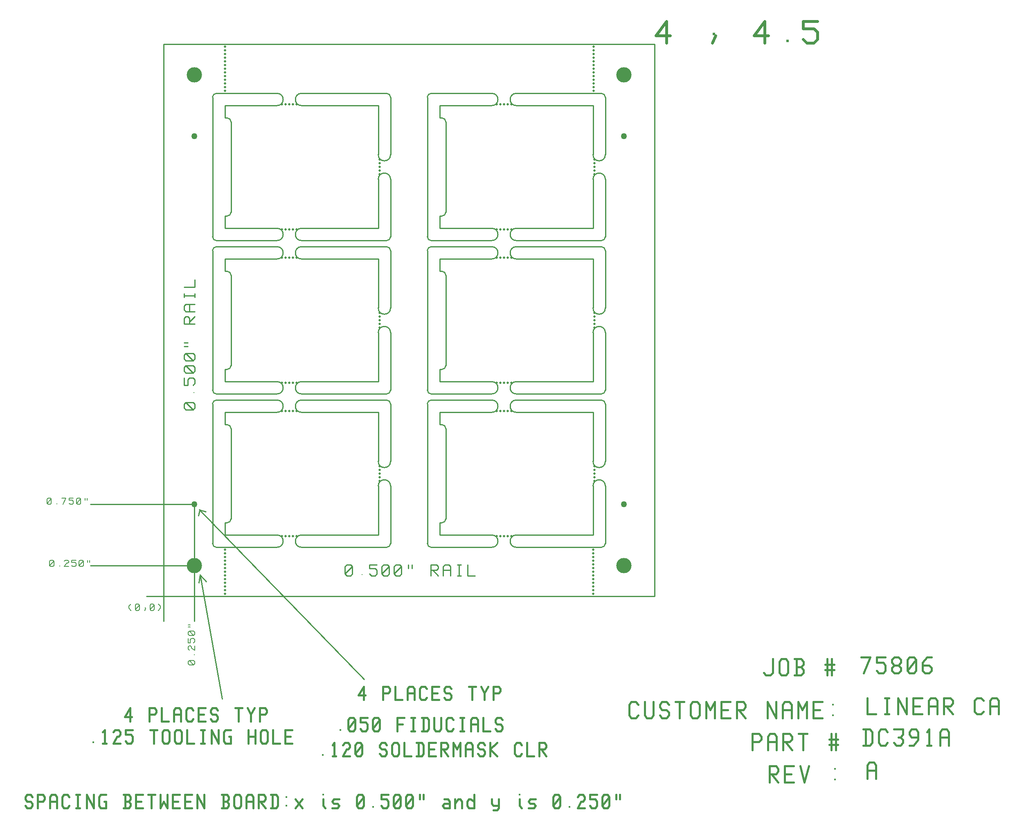
<source format=gbr>
*
%FSLAX26Y26*%
%MOIN*%
%ADD10C,0.010000*%
%ADD11C,0.125000*%
%ADD12C,0.020000*%
%ADD13C,0.050000*%
%ADD14C,0.015000*%
%ADD15C,0.017000*%
%ADD16C,0.008000*%
%ADD17C,0.024000*%
%IPPOS*%
%LNarray-dwg.gbr*%
%LPD*%
G75*
G54D10*
X0Y0D02*
X4000000D01*
Y4500000D01*
X0D01*
Y0D01*
X400000Y431000D02*
Y1569000D01*
G02X431000Y1600000I31000J0D01*
G01X925000D01*
G02X925000Y1500000I0J-50000D01*
G01X500000D01*
Y1400000D01*
X519000D01*
G02X550000Y1369000I0J-31000D01*
G01Y631000D01*
G02X519000Y600000I-31000J0D01*
G01X500000D01*
Y500000D01*
X925000D01*
G02X925000Y400000I0J-50000D01*
G01X431000D01*
G02X400000Y431000I0J31000D01*
Y1681000D02*
G01Y2819000D01*
G02X431000Y2850000I31000J0D01*
G01X925000D01*
G02X925000Y2750000I0J-50000D01*
G01X500000D01*
Y2650000D01*
X519000D01*
G02X550000Y2619000I0J-31000D01*
G01Y1881000D01*
G02X519000Y1850000I-31000J0D01*
G01X500000D01*
Y1750000D01*
X925000D01*
G02X925000Y1650000I0J-50000D01*
G01X431000D01*
G02X400000Y1681000I0J31000D01*
Y2931000D02*
G01Y4069000D01*
G02X431000Y4100000I31000J0D01*
G01X925000D01*
G02X925000Y4000000I0J-50000D01*
G01X500000D01*
Y3900000D01*
X519000D01*
G02X550000Y3869000I0J-31000D01*
G01Y3131000D01*
G02X519000Y3100000I-31000J0D01*
G01X500000D01*
Y3000000D01*
X925000D01*
G02X925000Y2900000I0J-50000D01*
G01X431000D01*
G02X400000Y2931000I0J31000D01*
X1125000Y400000D02*
G02X1125000Y500000I0J50000D01*
G01X1750000D01*
Y900000D01*
G02X1850000Y900000I50000J0D01*
G01Y431000D01*
G02X1819000Y400000I-31000J0D01*
G01X1125000D01*
Y1500000D02*
G02X1125000Y1600000I0J50000D01*
G01X1819000D01*
G02X1850000Y1569000I0J-31000D01*
G01Y1100000D01*
G02X1750000Y1100000I-50000J0D01*
G01Y1500000D01*
X1125000D01*
Y1650000D02*
G02X1125000Y1750000I0J50000D01*
G01X1750000D01*
Y2150000D01*
G02X1850000Y2150000I50000J0D01*
G01Y1681000D01*
G02X1819000Y1650000I-31000J0D01*
G01X1125000D01*
Y2750000D02*
G02X1125000Y2850000I0J50000D01*
G01X1819000D01*
G02X1850000Y2819000I0J-31000D01*
G01Y2350000D01*
G02X1750000Y2350000I-50000J0D01*
G01Y2750000D01*
X1125000D01*
Y2900000D02*
G02X1125000Y3000000I0J50000D01*
G01X1750000D01*
Y3400000D01*
G02X1850000Y3400000I50000J0D01*
G01Y2931000D01*
G02X1819000Y2900000I-31000J0D01*
G01X1125000D01*
Y4000000D02*
G02X1125000Y4100000I0J50000D01*
G01X1819000D01*
G02X1850000Y4069000I0J-31000D01*
G01Y3600000D01*
G02X1750000Y3600000I-50000J0D01*
G01Y4000000D01*
X1125000D01*
X2150000Y431000D02*
Y1569000D01*
G02X2181000Y1600000I31000J0D01*
G01X2675000D01*
G02X2675000Y1500000I0J-50000D01*
G01X2250000D01*
Y1400000D01*
X2269000D01*
G02X2300000Y1369000I0J-31000D01*
G01Y631000D01*
G02X2269000Y600000I-31000J0D01*
G01X2250000D01*
Y500000D01*
X2675000D01*
G02X2675000Y400000I0J-50000D01*
G01X2181000D01*
G02X2150000Y431000I0J31000D01*
Y1681000D02*
G01Y2819000D01*
G02X2181000Y2850000I31000J0D01*
G01X2675000D01*
G02X2675000Y2750000I0J-50000D01*
G01X2250000D01*
Y2650000D01*
X2269000D01*
G02X2300000Y2619000I0J-31000D01*
G01Y1881000D01*
G02X2269000Y1850000I-31000J0D01*
G01X2250000D01*
Y1750000D01*
X2675000D01*
G02X2675000Y1650000I0J-50000D01*
G01X2181000D01*
G02X2150000Y1681000I0J31000D01*
Y2931000D02*
G01Y4069000D01*
G02X2181000Y4100000I31000J0D01*
G01X2675000D01*
G02X2675000Y4000000I0J-50000D01*
G01X2250000D01*
Y3900000D01*
X2269000D01*
G02X2300000Y3869000I0J-31000D01*
G01Y3131000D01*
G02X2269000Y3100000I-31000J0D01*
G01X2250000D01*
Y3000000D01*
X2675000D01*
G02X2675000Y2900000I0J-50000D01*
G01X2181000D01*
G02X2150000Y2931000I0J31000D01*
X2875000Y400000D02*
G02X2875000Y500000I0J50000D01*
G01X3500000D01*
Y900000D01*
G02X3600000Y900000I50000J0D01*
G01Y431000D01*
G02X3569000Y400000I-31000J0D01*
G01X2875000D01*
Y1500000D02*
G02X2875000Y1600000I0J50000D01*
G01X3569000D01*
G02X3600000Y1569000I0J-31000D01*
G01Y1100000D01*
G02X3500000Y1100000I-50000J0D01*
G01Y1500000D01*
X2875000D01*
Y1650000D02*
G02X2875000Y1750000I0J50000D01*
G01X3500000D01*
Y2150000D01*
G02X3600000Y2150000I50000J0D01*
G01Y1681000D01*
G02X3569000Y1650000I-31000J0D01*
G01X2875000D01*
Y2750000D02*
G02X2875000Y2850000I0J50000D01*
G01X3569000D01*
G02X3600000Y2819000I0J-31000D01*
G01Y2350000D01*
G02X3500000Y2350000I-50000J0D01*
G01Y2750000D01*
X2875000D01*
Y2900000D02*
G02X2875000Y3000000I0J50000D01*
G01X3500000D01*
Y3400000D01*
G02X3600000Y3400000I50000J0D01*
G01Y2931000D01*
G02X3569000Y2900000I-31000J0D01*
G01X2875000D01*
Y4000000D02*
G02X2875000Y4100000I0J50000D01*
G01X3569000D01*
G02X3600000Y4069000I0J-31000D01*
G01Y3600000D01*
G02X3500000Y3600000I-50000J0D01*
G01Y4000000D01*
X2875000D01*
G54D11*
X250000Y250000D03*
G54D11*
X3750000D03*
G54D11*
X250000Y4250000D03*
X3750000D03*
G54D12*
X1025000Y490000D03*
G54D12*
X995000D03*
G54D12*
X965000D03*
G54D12*
X1055000D03*
G54D12*
X1085000D03*
G54D12*
X1025000Y1510000D03*
G54D12*
X1055000D03*
G54D12*
X1085000D03*
G54D12*
X995000D03*
G54D12*
X965000D03*
X1760000Y1000000D03*
Y970000D03*
Y940000D03*
Y1030000D03*
Y1060000D03*
G54D12*
X1025000Y1740000D03*
G54D12*
X995000D03*
G54D12*
X965000D03*
G54D12*
X1055000D03*
G54D12*
X1085000D03*
G54D12*
X1025000Y2760000D03*
G54D12*
X1055000D03*
G54D12*
X1085000D03*
G54D12*
X995000D03*
G54D12*
X965000D03*
X1760000Y2250000D03*
Y2220000D03*
Y2190000D03*
Y2280000D03*
Y2310000D03*
G54D12*
X1025000Y2990000D03*
G54D12*
X995000D03*
G54D12*
X965000D03*
G54D12*
X1055000D03*
G54D12*
X1085000D03*
G54D12*
X1025000Y4010000D03*
G54D12*
X1055000D03*
G54D12*
X1085000D03*
G54D12*
X995000D03*
G54D12*
X965000D03*
X1760000Y3500000D03*
Y3470000D03*
Y3440000D03*
Y3530000D03*
Y3560000D03*
G54D12*
X2775000Y490000D03*
G54D12*
X2745000D03*
G54D12*
X2715000D03*
G54D12*
X2805000D03*
G54D12*
X2835000D03*
G54D12*
X2775000Y1510000D03*
G54D12*
X2805000D03*
G54D12*
X2835000D03*
G54D12*
X2745000D03*
G54D12*
X2715000D03*
X3510000Y1000000D03*
Y970000D03*
Y940000D03*
Y1030000D03*
Y1060000D03*
G54D12*
X2775000Y1740000D03*
G54D12*
X2745000D03*
G54D12*
X2715000D03*
G54D12*
X2805000D03*
G54D12*
X2835000D03*
G54D12*
X2775000Y2760000D03*
G54D12*
X2805000D03*
G54D12*
X2835000D03*
G54D12*
X2745000D03*
G54D12*
X2715000D03*
X3510000Y2250000D03*
Y2220000D03*
Y2190000D03*
Y2280000D03*
Y2310000D03*
G54D12*
X2775000Y2990000D03*
G54D12*
X2745000D03*
G54D12*
X2715000D03*
G54D12*
X2805000D03*
G54D12*
X2835000D03*
G54D12*
X2775000Y4010000D03*
G54D12*
X2805000D03*
G54D12*
X2835000D03*
G54D12*
X2745000D03*
G54D12*
X2715000D03*
X3510000Y3500000D03*
Y3470000D03*
Y3440000D03*
Y3530000D03*
Y3560000D03*
X500000Y380000D03*
Y350000D03*
Y320000D03*
Y290000D03*
Y260000D03*
Y230000D03*
Y200000D03*
Y170000D03*
Y140000D03*
Y110000D03*
Y80000D03*
Y50000D03*
Y20000D03*
Y4120000D03*
Y4150000D03*
Y4180000D03*
Y4210000D03*
Y4240000D03*
Y4270000D03*
Y4300000D03*
Y4330000D03*
Y4360000D03*
Y4390000D03*
Y4420000D03*
Y4450000D03*
Y4480000D03*
X3500000Y380000D03*
Y350000D03*
Y320000D03*
Y290000D03*
Y260000D03*
Y230000D03*
Y200000D03*
Y170000D03*
Y140000D03*
Y110000D03*
Y80000D03*
Y50000D03*
Y20000D03*
X3504896Y4120000D03*
Y4150000D03*
Y4180000D03*
Y4210000D03*
Y4240000D03*
Y4270000D03*
Y4300000D03*
Y4330000D03*
Y4360000D03*
Y4390000D03*
Y4420000D03*
Y4450000D03*
Y4480000D03*
G54D13*
X250000Y750000D03*
G54D13*
X3750000D03*
G54D13*
X250000Y3750000D03*
X3750000D03*
G54D11*
X250000Y250000D03*
G54D14*
X1630240Y-843674D02*
Y-734402D01*
X1588022Y-807250D01*
X1644313D01*
X1788022Y-843674D02*
Y-734402D01*
X1830240D01*
X1844313Y-752614D01*
Y-770826D01*
X1830240Y-789038D01*
X1788022D01*
X1888022Y-734402D02*
Y-843674D01*
X1944313D01*
X1988022D02*
Y-752614D01*
X2002095Y-734402D01*
X2030240D01*
X2044313Y-752614D01*
Y-843674D01*
X1988022Y-789038D02*
X2044313D01*
X2144313Y-825462D02*
X2130240Y-843674D01*
X2102095D01*
X2088022Y-825462D01*
Y-752614D01*
X2102095Y-734402D01*
X2130240D01*
X2144313Y-752614D01*
X2188022Y-734402D02*
X2244313D01*
X2188022Y-843674D02*
X2244313D01*
X2188022Y-789038D02*
X2230240D01*
X2188022Y-734402D02*
Y-843674D01*
X2288022Y-825462D02*
X2302095Y-843674D01*
X2330240D01*
X2344313Y-825462D01*
Y-807250D01*
X2330240Y-789038D01*
X2302095D01*
X2288022Y-770826D01*
Y-752614D01*
X2302095Y-734402D01*
X2330240D01*
X2344313Y-752614D01*
X2488022Y-734402D02*
X2544313D01*
X2516168D02*
Y-843674D01*
X2588022Y-734402D02*
X2616168Y-789038D01*
X2644313Y-734402D01*
X2616168Y-789038D02*
Y-843674D01*
X2688022D02*
Y-734402D01*
X2730240D01*
X2744313Y-752614D01*
Y-770826D01*
X2730240Y-789038D01*
X2688022D01*
X1440293Y-1088491D03*
X1505111Y-1079385D02*
X1519184Y-1097597D01*
X1547330D01*
X1561403Y-1079385D01*
Y-1006537D01*
X1547330Y-988325D01*
X1519184D01*
X1505111Y-1006537D01*
Y-1079385D01*
X1561403Y-1006537D01*
X1661403Y-988325D02*
X1605111D01*
Y-1024749D01*
X1647330D01*
X1661403Y-1042961D01*
Y-1079385D01*
X1647330Y-1097597D01*
X1619184D01*
X1605111Y-1079385D01*
X1705111D02*
X1719184Y-1097597D01*
X1747330D01*
X1761403Y-1079385D01*
Y-1006537D01*
X1747330Y-988325D01*
X1719184D01*
X1705111Y-1006537D01*
Y-1079385D01*
X1761403Y-1006537D01*
X1905111Y-988325D02*
X1961403D01*
X1905111Y-1042961D02*
X1947330D01*
X1905111Y-988325D02*
Y-1097597D01*
X2019184Y-988325D02*
X2047330D01*
X2019184Y-1097597D02*
X2047330D01*
X2033257Y-988325D02*
Y-1097597D01*
X2105111Y-988325D02*
X2147330D01*
X2161403Y-1006537D01*
Y-1079385D01*
X2147330Y-1097597D01*
X2105111D01*
X2119184D02*
Y-988325D01*
X2205111D02*
Y-1079385D01*
X2219184Y-1097597D01*
X2247330D01*
X2261403Y-1079385D01*
Y-988325D01*
X2361403Y-1079385D02*
X2347330Y-1097597D01*
X2319184D01*
X2305111Y-1079385D01*
Y-1006537D01*
X2319184Y-988325D01*
X2347330D01*
X2361403Y-1006537D01*
X2419184Y-988325D02*
X2447330D01*
X2419184Y-1097597D02*
X2447330D01*
X2433257Y-988325D02*
Y-1097597D01*
X2505111D02*
Y-1006537D01*
X2519184Y-988325D01*
X2547330D01*
X2561403Y-1006537D01*
Y-1097597D01*
X2505111Y-1042961D02*
X2561403D01*
X2605111Y-988325D02*
Y-1097597D01*
X2661403D01*
X2705111Y-1079385D02*
X2719184Y-1097597D01*
X2747330D01*
X2761403Y-1079385D01*
Y-1061173D01*
X2747330Y-1042961D01*
X2719184D01*
X2705111Y-1024749D01*
Y-1006537D01*
X2719184Y-988325D01*
X2747330D01*
X2761403Y-1006537D01*
X1298269Y-1292920D03*
X1377159Y-1210967D02*
X1391232Y-1192755D01*
Y-1302026D01*
X1377159D02*
X1405305D01*
X1463087Y-1210967D02*
X1477159Y-1192755D01*
X1505305D01*
X1519378Y-1210967D01*
Y-1229178D01*
X1505305Y-1247390D01*
X1491232D01*
X1463087Y-1302026D01*
X1519378D01*
X1563087Y-1283814D02*
X1577159Y-1302026D01*
X1605305D01*
X1619378Y-1283814D01*
Y-1210967D01*
X1605305Y-1192755D01*
X1577159D01*
X1563087Y-1210967D01*
Y-1283814D01*
X1619378Y-1210967D01*
X1763087Y-1283814D02*
X1777159Y-1302026D01*
X1805305D01*
X1819378Y-1283814D01*
Y-1265602D01*
X1805305Y-1247390D01*
X1777159D01*
X1763087Y-1229178D01*
Y-1210967D01*
X1777159Y-1192755D01*
X1805305D01*
X1819378Y-1210967D01*
X1863087Y-1283814D02*
Y-1210967D01*
X1877159Y-1192755D01*
X1905305D01*
X1919378Y-1210967D01*
Y-1283814D01*
X1905305Y-1302026D01*
X1877159D01*
X1863087Y-1283814D01*
X1963087Y-1192755D02*
Y-1302026D01*
X2019378D01*
X2063087Y-1192755D02*
X2105305D01*
X2119378Y-1210967D01*
Y-1283814D01*
X2105305Y-1302026D01*
X2063087D01*
X2077159D02*
Y-1192755D01*
X2163087D02*
X2219378D01*
X2163087Y-1302026D02*
X2219378D01*
X2163087Y-1247390D02*
X2205305D01*
X2163087Y-1192755D02*
Y-1302026D01*
X2263087D02*
Y-1192755D01*
X2305305D01*
X2319378Y-1210967D01*
Y-1229178D01*
X2305305Y-1247390D01*
X2263087D01*
X2277159D02*
X2319378Y-1302026D01*
X2363087D02*
Y-1192755D01*
X2391232Y-1247390D01*
X2419378Y-1192755D01*
Y-1302026D01*
X2463087D02*
Y-1210967D01*
X2477159Y-1192755D01*
X2505305D01*
X2519378Y-1210967D01*
Y-1302026D01*
X2463087Y-1247390D02*
X2519378D01*
X2563087Y-1283814D02*
X2577159Y-1302026D01*
X2605305D01*
X2619378Y-1283814D01*
Y-1265602D01*
X2605305Y-1247390D01*
X2577159D01*
X2563087Y-1229178D01*
Y-1210967D01*
X2577159Y-1192755D01*
X2605305D01*
X2619378Y-1210967D01*
X2663087Y-1192755D02*
Y-1302026D01*
X2719378Y-1192755D02*
X2663087Y-1247390D01*
X2719378Y-1302026D01*
X2919378Y-1283814D02*
X2905305Y-1302026D01*
X2877159D01*
X2863087Y-1283814D01*
Y-1210967D01*
X2877159Y-1192755D01*
X2905305D01*
X2919378Y-1210967D01*
X2963087Y-1192755D02*
Y-1302026D01*
X3019378D01*
X3063087D02*
Y-1192755D01*
X3105305D01*
X3119378Y-1210967D01*
Y-1229178D01*
X3105305Y-1247390D01*
X3063087D01*
X3077159D02*
X3119378Y-1302026D01*
G54D10*
X250000Y250000D02*
X-593662D01*
G54D15*
X3866477Y-969167D02*
X3848596Y-991186D01*
X3812835D01*
X3794954Y-969167D01*
Y-881087D01*
X3812835Y-859067D01*
X3848596D01*
X3866477Y-881087D01*
X3919954Y-859067D02*
Y-969167D01*
X3937835Y-991186D01*
X3973596D01*
X3991477Y-969167D01*
Y-859067D01*
X4044954Y-969167D02*
X4062835Y-991186D01*
X4098596D01*
X4116477Y-969167D01*
Y-947147D01*
X4098596Y-925127D01*
X4062835D01*
X4044954Y-903107D01*
Y-881087D01*
X4062835Y-859067D01*
X4098596D01*
X4116477Y-881087D01*
X4169954Y-859067D02*
X4241477D01*
X4205716D02*
Y-991186D01*
X4294954Y-969167D02*
Y-881087D01*
X4312835Y-859067D01*
X4348596D01*
X4366477Y-881087D01*
Y-969167D01*
X4348596Y-991186D01*
X4312835D01*
X4294954Y-969167D01*
X4419954Y-991186D02*
Y-859067D01*
X4455716Y-925127D01*
X4491477Y-859067D01*
Y-991186D01*
X4544954Y-859067D02*
X4616477D01*
X4544954Y-991186D02*
X4616477D01*
X4544954Y-925127D02*
X4598596D01*
X4544954Y-859067D02*
Y-991186D01*
X4669954D02*
Y-859067D01*
X4723596D01*
X4741477Y-881087D01*
Y-903107D01*
X4723596Y-925127D01*
X4669954D01*
X4687835D02*
X4741477Y-991186D01*
X4919954D02*
Y-859067D01*
X4991477Y-991186D01*
Y-859067D01*
X5044954Y-991186D02*
Y-881087D01*
X5062835Y-859067D01*
X5098596D01*
X5116477Y-881087D01*
Y-991186D01*
X5044954Y-925127D02*
X5116477D01*
X5169954Y-991186D02*
Y-859067D01*
X5205716Y-925127D01*
X5241477Y-859067D01*
Y-991186D01*
X5294954Y-859067D02*
X5366477D01*
X5294954Y-991186D02*
X5366477D01*
X5294954Y-925127D02*
X5348596D01*
X5294954Y-859067D02*
Y-991186D01*
X5455716Y-969167D03*
Y-881087D03*
X4799347Y-1252734D02*
Y-1120615D01*
X4852990D01*
X4870870Y-1142635D01*
Y-1164654D01*
X4852990Y-1186674D01*
X4799347D01*
X4924347Y-1252734D02*
Y-1142635D01*
X4942228Y-1120615D01*
X4977990D01*
X4995870Y-1142635D01*
Y-1252734D01*
X4924347Y-1186674D02*
X4995870D01*
X5049347Y-1252734D02*
Y-1120615D01*
X5102990D01*
X5120870Y-1142635D01*
Y-1164654D01*
X5102990Y-1186674D01*
X5049347D01*
X5067228D02*
X5120870Y-1252734D01*
X5174347Y-1120615D02*
X5245870D01*
X5210109D02*
Y-1252734D01*
X5442228D02*
Y-1120615D01*
X5477990Y-1252734D02*
Y-1120615D01*
X5424347Y-1208694D02*
X5495870D01*
X5424347Y-1164654D02*
X5495870D01*
X4937004Y-1514282D02*
Y-1382162D01*
X4990646D01*
X5008527Y-1404182D01*
Y-1426202D01*
X4990646Y-1448222D01*
X4937004D01*
X4954885D02*
X5008527Y-1514282D01*
X5062004Y-1382162D02*
X5133527D01*
X5062004Y-1514282D02*
X5133527D01*
X5062004Y-1448222D02*
X5115646D01*
X5062004Y-1382162D02*
Y-1514282D01*
X5187004Y-1382162D02*
X5222765Y-1514282D01*
X5258527Y-1382162D01*
X5472765Y-1492262D03*
Y-1404182D03*
X4963181Y-510726D02*
Y-620826D01*
X4945300Y-642845D01*
X4909539D01*
X4891658Y-620826D01*
X5016658D02*
Y-532746D01*
X5034539Y-510726D01*
X5070300D01*
X5088181Y-532746D01*
Y-620826D01*
X5070300Y-642845D01*
X5034539D01*
X5016658Y-620826D01*
X5141658Y-510726D02*
X5195300D01*
X5213181Y-532746D01*
Y-554766D01*
X5195300Y-576786D01*
X5213181Y-598806D01*
Y-620826D01*
X5195300Y-642845D01*
X5141658D01*
X5159539D02*
Y-510726D01*
Y-576786D02*
X5195300D01*
X5409539Y-642845D02*
Y-510726D01*
X5445300Y-642845D02*
Y-510726D01*
X5391658Y-598806D02*
X5463181D01*
X5391658Y-554766D02*
X5463181D01*
X5686102Y-494837D02*
X5757626D01*
X5703983Y-626957D01*
X5882626Y-494837D02*
X5811102D01*
Y-538877D01*
X5864745D01*
X5882626Y-560897D01*
Y-604937D01*
X5864745Y-626957D01*
X5828983D01*
X5811102Y-604937D01*
X5953983Y-494837D02*
X5989745D01*
X5953983Y-560897D02*
X5989745D01*
X5953983Y-626957D02*
X5989745D01*
X5936102Y-516857D02*
Y-538877D01*
X6007626Y-516857D02*
Y-538877D01*
X5936102Y-582917D02*
Y-604937D01*
X6007626Y-582917D02*
Y-604937D01*
X5989745Y-494837D02*
X6007626Y-516857D01*
X5953983Y-494837D02*
X5936102Y-516857D01*
X5989745Y-560897D02*
X6007626Y-538877D01*
X5953983Y-560897D02*
X5936102Y-538877D01*
X5989745Y-560897D02*
X6007626Y-582917D01*
X5953983Y-560897D02*
X5936102Y-582917D01*
X5989745Y-626957D02*
X6007626Y-604937D01*
X5953983Y-626957D02*
X5936102Y-604937D01*
X6061102D02*
X6078983Y-626957D01*
X6114745D01*
X6132626Y-604937D01*
Y-516857D01*
X6114745Y-494837D01*
X6078983D01*
X6061102Y-516857D01*
Y-604937D01*
X6132626Y-516857D01*
X6257626Y-494837D02*
X6221864D01*
X6186102Y-538877D01*
Y-604937D01*
X6203983Y-626957D01*
X6239745D01*
X6257626Y-604937D01*
Y-582917D01*
X6239745Y-560897D01*
X6186102D01*
X5733769Y-828504D02*
Y-960623D01*
X5805292D01*
X5876650Y-828504D02*
X5912411D01*
X5876650Y-960623D02*
X5912411D01*
X5894531Y-828504D02*
Y-960623D01*
X5983769D02*
Y-828504D01*
X6055292Y-960623D01*
Y-828504D01*
X6108769D02*
X6180292D01*
X6108769Y-960623D02*
X6180292D01*
X6108769Y-894564D02*
X6162411D01*
X6108769Y-828504D02*
Y-960623D01*
X6233769D02*
Y-850524D01*
X6251650Y-828504D01*
X6287411D01*
X6305292Y-850524D01*
Y-960623D01*
X6233769Y-894564D02*
X6305292D01*
X6358769Y-960623D02*
Y-828504D01*
X6412411D01*
X6430292Y-850524D01*
Y-872544D01*
X6412411Y-894564D01*
X6358769D01*
X6376650D02*
X6430292Y-960623D01*
X6680292Y-938603D02*
X6662411Y-960623D01*
X6626650D01*
X6608769Y-938603D01*
Y-850524D01*
X6626650Y-828504D01*
X6662411D01*
X6680292Y-850524D01*
X6733769Y-960623D02*
Y-850524D01*
X6751650Y-828504D01*
X6787411D01*
X6805292Y-850524D01*
Y-960623D01*
X6733769Y-894564D02*
X6805292D01*
X5701991Y-1082726D02*
X5755634D01*
X5773514Y-1104746D01*
Y-1192826D01*
X5755634Y-1214845D01*
X5701991D01*
X5719872D02*
Y-1082726D01*
X5898514Y-1192826D02*
X5880634Y-1214845D01*
X5844872D01*
X5826991Y-1192826D01*
Y-1104746D01*
X5844872Y-1082726D01*
X5880634D01*
X5898514Y-1104746D01*
X5951991Y-1082726D02*
X6023514D01*
Y-1126766D01*
X6005634Y-1148786D01*
X5987753D01*
X6005634D02*
X6023514Y-1170806D01*
Y-1192826D01*
X6005634Y-1214845D01*
X5969872D01*
X5951991Y-1192826D01*
X6076991Y-1214845D02*
X6112753D01*
X6148514Y-1170806D01*
Y-1104746D01*
X6130634Y-1082726D01*
X6094872D01*
X6076991Y-1104746D01*
Y-1126766D01*
X6094872Y-1148786D01*
X6148514D01*
X6219872Y-1104746D02*
X6237753Y-1082726D01*
Y-1214845D01*
X6219872D02*
X6255634D01*
X6326991D02*
Y-1104746D01*
X6344872Y-1082726D01*
X6380634D01*
X6398514Y-1104746D01*
Y-1214845D01*
X6326991Y-1148786D02*
X6398514D01*
X5733769Y-1484957D02*
Y-1374857D01*
X5751650Y-1352837D01*
X5787411D01*
X5805292Y-1374857D01*
Y-1484957D01*
X5733769Y-1418897D02*
X5805292D01*
G54D16*
X-263969Y-114375D02*
X-281188Y-97156D01*
Y-79938D01*
X-263969Y-62719D01*
X-229797Y-105765D02*
X-221188Y-114375D01*
X-203969D01*
X-195360Y-105765D01*
Y-71328D01*
X-203969Y-62719D01*
X-221188D01*
X-229797Y-71328D01*
Y-105765D01*
X-195360Y-71328D01*
X-152579Y-114375D02*
X-143969Y-97156D01*
X-148274Y-92852D03*
X-109797Y-105765D02*
X-101188Y-114375D01*
X-83969D01*
X-75360Y-105765D01*
Y-71328D01*
X-83969Y-62719D01*
X-101188D01*
X-109797Y-71328D01*
Y-105765D01*
X-75360Y-71328D01*
X-41188Y-114375D02*
X-23969Y-97156D01*
Y-79938D01*
X-41188Y-62719D01*
G54D10*
X250000Y250000D02*
Y-201701D01*
G54D16*
X245548Y-558297D02*
X254157Y-549687D01*
Y-532469D01*
X245548Y-523860D01*
X211110D01*
X202501Y-532469D01*
Y-549687D01*
X211110Y-558297D01*
X245548D01*
X211110Y-523860D01*
X249852Y-476774D03*
X211110Y-438297D02*
X202501Y-429687D01*
Y-412469D01*
X211110Y-403860D01*
X219720D01*
X228329Y-412469D01*
Y-421078D01*
X254157Y-438297D01*
Y-403860D01*
X202501Y-343860D02*
Y-378297D01*
X219720D01*
Y-352469D01*
X228329Y-343860D01*
X245548D01*
X254157Y-352469D01*
Y-369687D01*
X245548Y-378297D01*
Y-318297D02*
X254157Y-309687D01*
Y-292469D01*
X245548Y-283860D01*
X211110D01*
X202501Y-292469D01*
Y-309687D01*
X211110Y-318297D01*
X245548D01*
X211110Y-283860D01*
X219720Y-249687D02*
X202501D01*
X219720Y-232469D02*
X202501D01*
G54D13*
X250000Y750000D03*
G54D10*
X291768Y706876D02*
X1633519Y-676642D01*
X293983Y705049D02*
X283262Y656714D01*
X293983Y705049D02*
X345509Y690431D01*
X299621Y176187D02*
X478580Y-835322D01*
X299621Y176187D02*
X286653Y111347D01*
X304808Y168406D02*
X348899Y121721D01*
X250000Y750000D02*
X-593662D01*
X250000D02*
Y250000D01*
G54D14*
X-273391Y-1018720D02*
Y-909449D01*
X-315610Y-982296D01*
X-259318D01*
X-115610Y-1018720D02*
Y-909449D01*
X-73391D01*
X-59318Y-927661D01*
Y-945872D01*
X-73391Y-964084D01*
X-115610D01*
X-15610Y-909449D02*
Y-1018720D01*
X40682D01*
X84390D02*
Y-927661D01*
X98463Y-909449D01*
X126609D01*
X140682Y-927661D01*
Y-1018720D01*
X84390Y-964084D02*
X140682D01*
X240682Y-1000508D02*
X226609Y-1018720D01*
X198463D01*
X184390Y-1000508D01*
Y-927661D01*
X198463Y-909449D01*
X226609D01*
X240682Y-927661D01*
X284390Y-909449D02*
X340682D01*
X284390Y-1018720D02*
X340682D01*
X284390Y-964084D02*
X326609D01*
X284390Y-909449D02*
Y-1018720D01*
X384390Y-1000508D02*
X398463Y-1018720D01*
X426609D01*
X440682Y-1000508D01*
Y-982296D01*
X426609Y-964084D01*
X398463D01*
X384390Y-945872D01*
Y-927661D01*
X398463Y-909449D01*
X426609D01*
X440682Y-927661D01*
X584390Y-909449D02*
X640682D01*
X612536D02*
Y-1018720D01*
X684390Y-909449D02*
X712536Y-964084D01*
X740682Y-909449D01*
X712536Y-964084D02*
Y-1018720D01*
X784390D02*
Y-909449D01*
X826609D01*
X840682Y-927661D01*
Y-945872D01*
X826609Y-964084D01*
X784390D01*
X-572742Y-1189143D03*
X-493852Y-1107189D02*
X-479779Y-1088977D01*
Y-1198248D01*
X-493852D02*
X-465706D01*
X-407925Y-1107189D02*
X-393852Y-1088977D01*
X-365706D01*
X-351633Y-1107189D01*
Y-1125401D01*
X-365706Y-1143613D01*
X-379779D01*
X-407925Y-1198248D01*
X-351633D01*
X-251633Y-1088977D02*
X-307925D01*
Y-1125401D01*
X-265706D01*
X-251633Y-1143613D01*
Y-1180037D01*
X-265706Y-1198248D01*
X-293852D01*
X-307925Y-1180037D01*
X-107925Y-1088977D02*
X-51633D01*
X-79779D02*
Y-1198248D01*
X-7925Y-1180037D02*
Y-1107189D01*
X6148Y-1088977D01*
X34294D01*
X48367Y-1107189D01*
Y-1180037D01*
X34294Y-1198248D01*
X6148D01*
X-7925Y-1180037D01*
X92075D02*
Y-1107189D01*
X106148Y-1088977D01*
X134294D01*
X148367Y-1107189D01*
Y-1180037D01*
X134294Y-1198248D01*
X106148D01*
X92075Y-1180037D01*
X192075Y-1088977D02*
Y-1198248D01*
X248367D01*
X306148Y-1088977D02*
X334294D01*
X306148Y-1198248D02*
X334294D01*
X320221Y-1088977D02*
Y-1198248D01*
X392075D02*
Y-1088977D01*
X448367Y-1198248D01*
Y-1088977D01*
X506148D02*
X548367D01*
X506148D02*
X492075Y-1107189D01*
Y-1180037D01*
X506148Y-1198248D01*
X548367D01*
Y-1143613D01*
X534294D01*
X692075Y-1088977D02*
Y-1198248D01*
X748367Y-1088977D02*
Y-1198248D01*
X692075Y-1143613D02*
X748367D01*
X792075Y-1180037D02*
Y-1107189D01*
X806148Y-1088977D01*
X834294D01*
X848367Y-1107189D01*
Y-1180037D01*
X834294Y-1198248D01*
X806148D01*
X792075Y-1180037D01*
X892075Y-1088977D02*
Y-1198248D01*
X948367D01*
X992075Y-1088977D02*
X1048367D01*
X992075Y-1198248D02*
X1048367D01*
X992075Y-1143613D02*
X1034294D01*
X992075Y-1088977D02*
Y-1198248D01*
G54D16*
X-948441Y758366D02*
X-939831Y749757D01*
X-922613D01*
X-914004Y758366D01*
Y792803D01*
X-922613Y801413D01*
X-939831D01*
X-948441Y792803D01*
Y758366D01*
X-914004Y792803D01*
X-866918Y754062D03*
X-828441Y801413D02*
X-794004D01*
X-819831Y749757D01*
X-734004Y801413D02*
X-768441D01*
Y784194D01*
X-742613D01*
X-734004Y775585D01*
Y758366D01*
X-742613Y749757D01*
X-759831D01*
X-768441Y758366D01*
X-708441D02*
X-699831Y749757D01*
X-682613D01*
X-674004Y758366D01*
Y792803D01*
X-682613Y801413D01*
X-699831D01*
X-708441Y792803D01*
Y758366D01*
X-674004Y792803D01*
X-639831Y784194D02*
Y801413D01*
X-622613Y784194D02*
Y801413D01*
X-927172Y252184D02*
X-918563Y243575D01*
X-901345D01*
X-892735Y252184D01*
Y286621D01*
X-901345Y295231D01*
X-918563D01*
X-927172Y286621D01*
Y252184D01*
X-892735Y286621D01*
X-845649Y247880D03*
X-807172Y286621D02*
X-798563Y295231D01*
X-781345D01*
X-772735Y286621D01*
Y278012D01*
X-781345Y269403D01*
X-789954D01*
X-807172Y243575D01*
X-772735D01*
X-712735Y295231D02*
X-747172D01*
Y278012D01*
X-721345D01*
X-712735Y269403D01*
Y252184D01*
X-721345Y243575D01*
X-738563D01*
X-747172Y252184D01*
X-687172D02*
X-678563Y243575D01*
X-661345D01*
X-652735Y252184D01*
Y286621D01*
X-661345Y295231D01*
X-678563D01*
X-687172Y286621D01*
Y252184D01*
X-652735Y286621D01*
X-618563Y278012D02*
Y295231D01*
X-601345Y278012D02*
Y295231D01*
G54D10*
X241417Y1522318D02*
X256317Y1537219D01*
Y1567020D01*
X241417Y1581921D01*
X181814D01*
X166913Y1567020D01*
Y1537219D01*
X181814Y1522318D01*
X241417D01*
X181814Y1581921D01*
X248867Y1659570D03*
X166913Y1781921D02*
Y1722318D01*
X196715D01*
Y1767020D01*
X211615Y1781921D01*
X241417D01*
X256317Y1767020D01*
Y1737219D01*
X241417Y1722318D01*
Y1822318D02*
X256317Y1837219D01*
Y1867020D01*
X241417Y1881921D01*
X181814D01*
X166913Y1867020D01*
Y1837219D01*
X181814Y1822318D01*
X241417D01*
X181814Y1881921D01*
X241417Y1922318D02*
X256317Y1937219D01*
Y1967020D01*
X241417Y1981921D01*
X181814D01*
X166913Y1967020D01*
Y1937219D01*
X181814Y1922318D01*
X241417D01*
X181814Y1981921D01*
X196715Y2037219D02*
X166913D01*
X196715Y2067020D02*
X166913D01*
X256317Y2222318D02*
X166913D01*
Y2267020D01*
X181814Y2281921D01*
X196715D01*
X211615Y2267020D01*
Y2222318D01*
Y2237219D02*
X256317Y2281921D01*
Y2322318D02*
X181814D01*
X166913Y2337219D01*
Y2367020D01*
X181814Y2381921D01*
X256317D01*
X211615Y2322318D02*
Y2381921D01*
X166913Y2437219D02*
Y2467020D01*
X256317Y2437219D02*
Y2467020D01*
X166913Y2452120D02*
X256317D01*
X166913Y2522318D02*
X256317D01*
Y2581921D01*
X1479672Y183747D02*
X1494573Y168847D01*
X1524374D01*
X1539275Y183747D01*
Y243350D01*
X1524374Y258251D01*
X1494573D01*
X1479672Y243350D01*
Y183747D01*
X1539275Y243350D01*
X1616924Y176297D03*
X1739275Y258251D02*
X1679672D01*
Y228449D01*
X1724374D01*
X1739275Y213549D01*
Y183747D01*
X1724374Y168847D01*
X1694573D01*
X1679672Y183747D01*
X1779672D02*
X1794573Y168847D01*
X1824374D01*
X1839275Y183747D01*
Y243350D01*
X1824374Y258251D01*
X1794573D01*
X1779672Y243350D01*
Y183747D01*
X1839275Y243350D01*
X1879672Y183747D02*
X1894573Y168847D01*
X1924374D01*
X1939275Y183747D01*
Y243350D01*
X1924374Y258251D01*
X1894573D01*
X1879672Y243350D01*
Y183747D01*
X1939275Y243350D01*
X1994573Y228449D02*
Y258251D01*
X2024374Y228449D02*
Y258251D01*
X2179672Y168847D02*
Y258251D01*
X2224374D01*
X2239275Y243350D01*
Y228449D01*
X2224374Y213549D01*
X2179672D01*
X2194573D02*
X2239275Y168847D01*
X2279672D02*
Y243350D01*
X2294573Y258251D01*
X2324374D01*
X2339275Y243350D01*
Y168847D01*
X2279672Y213549D02*
X2339275D01*
X2394573Y258251D02*
X2424374D01*
X2394573Y168847D02*
X2424374D01*
X2409474Y258251D02*
Y168847D01*
X2479672Y258251D02*
Y168847D01*
X2539275D01*
X0Y-201701D02*
Y0D01*
X-137082D01*
G54D14*
X-1125678Y-1707280D02*
X-1111605Y-1725492D01*
X-1083460D01*
X-1069387Y-1707280D01*
Y-1689069D01*
X-1083460Y-1670857D01*
X-1111605D01*
X-1125678Y-1652645D01*
Y-1634433D01*
X-1111605Y-1616221D01*
X-1083460D01*
X-1069387Y-1634433D01*
X-1025678Y-1725492D02*
Y-1616221D01*
X-983460D01*
X-969387Y-1634433D01*
Y-1652645D01*
X-983460Y-1670857D01*
X-1025678D01*
X-925678Y-1725492D02*
Y-1634433D01*
X-911605Y-1616221D01*
X-883460D01*
X-869387Y-1634433D01*
Y-1725492D01*
X-925678Y-1670857D02*
X-869387D01*
X-769387Y-1707280D02*
X-783460Y-1725492D01*
X-811605D01*
X-825678Y-1707280D01*
Y-1634433D01*
X-811605Y-1616221D01*
X-783460D01*
X-769387Y-1634433D01*
X-711605Y-1616221D02*
X-683460D01*
X-711605Y-1725492D02*
X-683460D01*
X-697532Y-1616221D02*
Y-1725492D01*
X-625678D02*
Y-1616221D01*
X-569387Y-1725492D01*
Y-1616221D01*
X-511605D02*
X-469387D01*
X-511605D02*
X-525678Y-1634433D01*
Y-1707280D01*
X-511605Y-1725492D01*
X-469387D01*
Y-1670857D01*
X-483460D01*
X-325678Y-1616221D02*
X-283460D01*
X-269387Y-1634433D01*
Y-1652645D01*
X-283460Y-1670857D01*
X-269387Y-1689069D01*
Y-1707280D01*
X-283460Y-1725492D01*
X-325678D01*
X-311605D02*
Y-1616221D01*
Y-1670857D02*
X-283460D01*
X-225678Y-1616221D02*
X-169387D01*
X-225678Y-1725492D02*
X-169387D01*
X-225678Y-1670857D02*
X-183460D01*
X-225678Y-1616221D02*
Y-1725492D01*
X-125678Y-1616221D02*
X-69387D01*
X-97532D02*
Y-1725492D01*
X-25678Y-1616221D02*
Y-1725492D01*
X2468Y-1670857D01*
X30613Y-1725492D01*
Y-1616221D01*
X74322D02*
X130613D01*
X74322Y-1725492D02*
X130613D01*
X74322Y-1670857D02*
X116540D01*
X74322Y-1616221D02*
Y-1725492D01*
X174322Y-1616221D02*
X230613D01*
X174322Y-1725492D02*
X230613D01*
X174322Y-1670857D02*
X216540D01*
X174322Y-1616221D02*
Y-1725492D01*
X274322D02*
Y-1616221D01*
X330613Y-1725492D01*
Y-1616221D01*
X474322D02*
X516540D01*
X530613Y-1634433D01*
Y-1652645D01*
X516540Y-1670857D01*
X530613Y-1689069D01*
Y-1707280D01*
X516540Y-1725492D01*
X474322D01*
X488395D02*
Y-1616221D01*
Y-1670857D02*
X516540D01*
X574322Y-1707280D02*
Y-1634433D01*
X588395Y-1616221D01*
X616540D01*
X630613Y-1634433D01*
Y-1707280D01*
X616540Y-1725492D01*
X588395D01*
X574322Y-1707280D01*
X674322Y-1725492D02*
Y-1634433D01*
X688395Y-1616221D01*
X716540D01*
X730613Y-1634433D01*
Y-1725492D01*
X674322Y-1670857D02*
X730613D01*
X774322Y-1725492D02*
Y-1616221D01*
X816540D01*
X830613Y-1634433D01*
Y-1652645D01*
X816540Y-1670857D01*
X774322D01*
X788395D02*
X830613Y-1725492D01*
X874322Y-1616221D02*
X916540D01*
X930613Y-1634433D01*
Y-1707280D01*
X916540Y-1725492D01*
X874322D01*
X888395D02*
Y-1616221D01*
X1002468Y-1707280D03*
Y-1634433D03*
X1074322Y-1652645D02*
X1130613Y-1725492D01*
X1074322D02*
X1130613Y-1652645D01*
X1302468D02*
Y-1707280D01*
X1316540Y-1725492D01*
X1302468Y-1616221D03*
X1374322Y-1725492D02*
X1416540D01*
X1430613Y-1707280D01*
X1416540Y-1689069D01*
X1388395D01*
X1374322Y-1670857D01*
X1388395Y-1652645D01*
X1430613D01*
X1574322Y-1707280D02*
X1588395Y-1725492D01*
X1616540D01*
X1630613Y-1707280D01*
Y-1634433D01*
X1616540Y-1616221D01*
X1588395D01*
X1574322Y-1634433D01*
Y-1707280D01*
X1630613Y-1634433D01*
X1709504Y-1716386D03*
X1830613Y-1616221D02*
X1774322D01*
Y-1652645D01*
X1816540D01*
X1830613Y-1670857D01*
Y-1707280D01*
X1816540Y-1725492D01*
X1788395D01*
X1774322Y-1707280D01*
X1874322D02*
X1888395Y-1725492D01*
X1916540D01*
X1930613Y-1707280D01*
Y-1634433D01*
X1916540Y-1616221D01*
X1888395D01*
X1874322Y-1634433D01*
Y-1707280D01*
X1930613Y-1634433D01*
X1974322Y-1707280D02*
X1988395Y-1725492D01*
X2016540D01*
X2030613Y-1707280D01*
Y-1634433D01*
X2016540Y-1616221D01*
X1988395D01*
X1974322Y-1634433D01*
Y-1707280D01*
X2030613Y-1634433D01*
X2088395Y-1652645D02*
Y-1616221D01*
X2116540Y-1652645D02*
Y-1616221D01*
X2288395Y-1652645D02*
X2316540D01*
X2330613Y-1670857D01*
Y-1725492D01*
X2288395D01*
X2274322Y-1707280D01*
X2288395Y-1689069D01*
X2330613D01*
X2374322Y-1652645D02*
Y-1725492D01*
Y-1689069D02*
X2402468Y-1652645D01*
X2416540D01*
X2430613Y-1670857D01*
Y-1725492D01*
X2530613Y-1616221D02*
Y-1725492D01*
X2488395D01*
X2474322Y-1707280D01*
Y-1670857D01*
X2488395Y-1652645D01*
X2502468D01*
X2530613Y-1670857D01*
X2674322Y-1652645D02*
Y-1689069D01*
X2688395Y-1707280D01*
X2730613D01*
Y-1652645D02*
Y-1725492D01*
X2716540Y-1743704D01*
X2688395D01*
X2902468Y-1652645D02*
Y-1707280D01*
X2916540Y-1725492D01*
X2902468Y-1616221D03*
X2974322Y-1725492D02*
X3016540D01*
X3030613Y-1707280D01*
X3016540Y-1689069D01*
X2988395D01*
X2974322Y-1670857D01*
X2988395Y-1652645D01*
X3030613D01*
X3174322Y-1707280D02*
X3188395Y-1725492D01*
X3216540D01*
X3230613Y-1707280D01*
Y-1634433D01*
X3216540Y-1616221D01*
X3188395D01*
X3174322Y-1634433D01*
Y-1707280D01*
X3230613Y-1634433D01*
X3309504Y-1716386D03*
X3374322Y-1634433D02*
X3388395Y-1616221D01*
X3416540D01*
X3430613Y-1634433D01*
Y-1652645D01*
X3416540Y-1670857D01*
X3402468D01*
X3374322Y-1725492D01*
X3430613D01*
X3530613Y-1616221D02*
X3474322D01*
Y-1652645D01*
X3516540D01*
X3530613Y-1670857D01*
Y-1707280D01*
X3516540Y-1725492D01*
X3488395D01*
X3474322Y-1707280D01*
X3574322D02*
X3588395Y-1725492D01*
X3616540D01*
X3630613Y-1707280D01*
Y-1634433D01*
X3616540Y-1616221D01*
X3588395D01*
X3574322Y-1634433D01*
Y-1707280D01*
X3630613Y-1634433D01*
X3688395Y-1652645D02*
Y-1616221D01*
X3716540Y-1652645D02*
Y-1616221D01*
G54D17*
X4099417Y4512000D02*
Y4686834D01*
X4012000Y4570278D01*
X4128556D01*
X4470278Y4512000D02*
X4499417Y4570278D01*
X4484848Y4584848D03*
X4899417Y4512000D02*
Y4686834D01*
X4812000Y4570278D01*
X4928556D01*
X5084848Y4526570D03*
X5328556Y4686834D02*
X5212000D01*
Y4628556D01*
X5299417D01*
X5328556Y4599417D01*
Y4541139D01*
X5299417Y4512000D01*
X5241139D01*
X5212000Y4541139D01*
M02*

</source>
